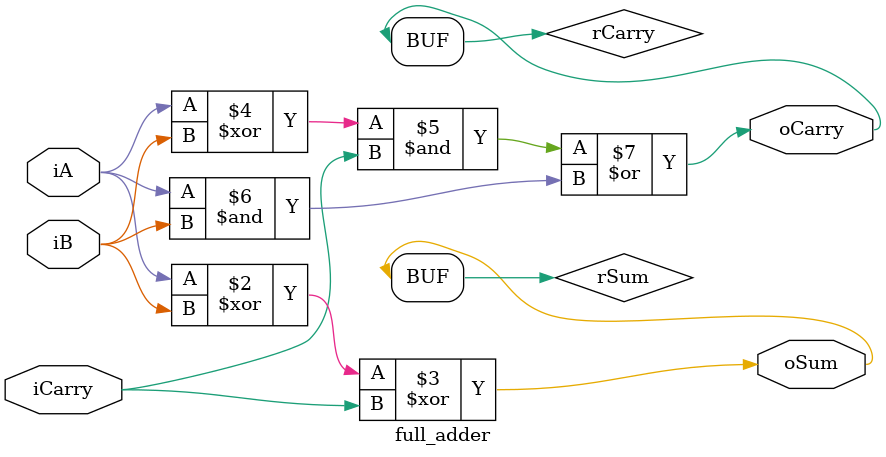
<source format=v>
`timescale 1ns / 1ps


module full_adder(
    input wire iA, iB, iCarry,
    output wire oSum, oCarry 
    );
 
    //continuous assignment 
   /* wire p1, p2, p3;
    assign p1 = iA ^ iB;
    assign oSum = p1 ^ iCarry;
    assign p2 = p1 & iCarry;
    assign p3 = iA & iB;
    assign oCarry = p2 | p3;*/
    
    //combinational always block
    reg rSum, rCarry;
    always @(*)
    begin
        rSum = iA ^ iB ^ iCarry;
        rCarry = ( (iA^iB)&iCarry) | (iA&iB);
    end
    assign oSum = rSum;
    assign oCarry = rCarry;
endmodule

</source>
